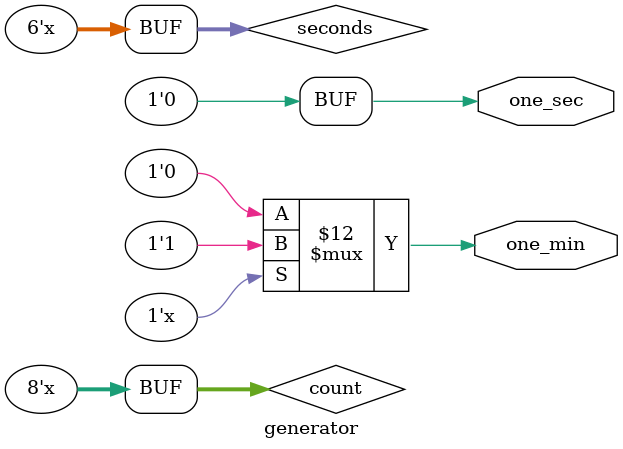
<source format=v>
/* Objective: this will generate one_second and one_minute timing pulses for counting Guidelines:
 * 1.	Assume 256 cycles/sec as board clock
 * 2.	Use the appropriate width for the counter
 * 3.	Make sure the reset is asynchronous
 * 4.	Use procedure blocks to infer sequential logic and continuous assignments to infer combinational logic
 */
module generator(one_sec,one_min);
output one_sec, one_min;
reg [7:0] count;
reg [5:0] seconds;
reg one_min, one_sec;

initial
	count = 0;

always begin
	one_sec = 0;
	count = count + 1;
	if(count == 256) begin
		one_sec = 1;
		seconds = seconds + 1;
		count = 0;
	end
end

always@(seconds) begin
	if (seconds == 59) begin
		one_min = 1;
		seconds = 0;
	end 
	else
		one_min = 0;
end
endmodule

</source>
